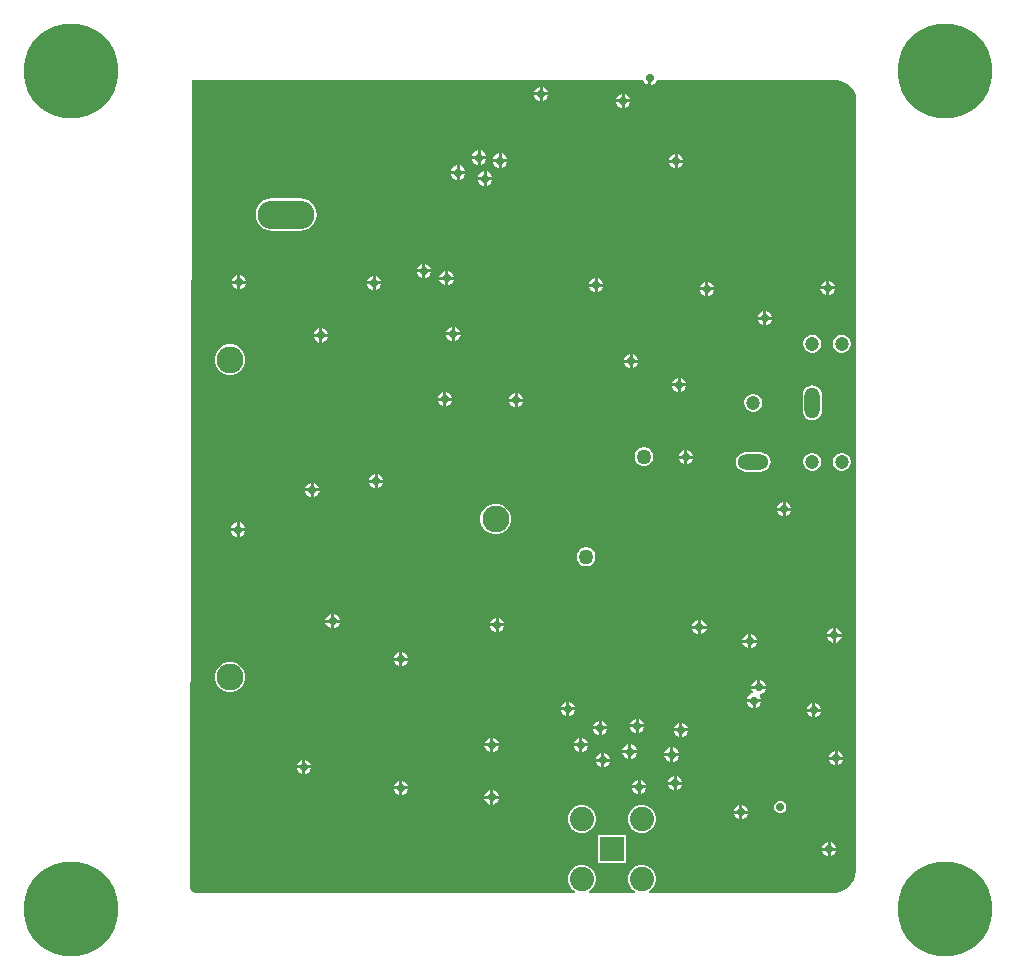
<source format=gbr>
%TF.GenerationSoftware,Altium Limited,Altium Designer,24.2.2 (26)*%
G04 Layer_Physical_Order=3*
G04 Layer_Color=16440176*
%FSLAX45Y45*%
%MOMM*%
%TF.SameCoordinates,979FBE80-878B-4EC3-91C7-7055811A0E5A*%
%TF.FilePolarity,Positive*%
%TF.FileFunction,Copper,L3,Inr,Signal*%
%TF.Part,Single*%
G01*
G75*
%TA.AperFunction,ComponentPad*%
%ADD37C,2.28600*%
%ADD38O,4.82000X2.41000*%
%ADD39C,8.00000*%
%ADD40O,1.30800X2.61600*%
%ADD41O,2.61600X1.30800*%
%ADD42C,1.20000*%
%ADD43C,2.05000*%
%ADD44R,2.05000X2.05000*%
%TA.AperFunction,ViaPad*%
%ADD45C,0.70000*%
%ADD46C,0.76200*%
%ADD47C,1.27000*%
G36*
X15910561Y9581724D02*
X15932074Y9590635D01*
X15949065Y9607626D01*
X15954819Y9621520D01*
X17480511D01*
X17515845Y9614492D01*
X17549126Y9600706D01*
X17579079Y9580692D01*
X17604552Y9555219D01*
X17624567Y9525266D01*
X17638351Y9491984D01*
X17645380Y9456652D01*
Y9438640D01*
Y2941320D01*
Y2921557D01*
X17637669Y2882790D01*
X17622542Y2846272D01*
X17600583Y2813407D01*
X17572633Y2785457D01*
X17539767Y2763497D01*
X17503250Y2748371D01*
X17464484Y2740660D01*
X15889307D01*
X15885904Y2753360D01*
X15902042Y2762676D01*
X15924104Y2784739D01*
X15939703Y2811761D01*
X15947780Y2841899D01*
Y2873101D01*
X15939703Y2903239D01*
X15924104Y2930261D01*
X15902042Y2952324D01*
X15875018Y2967924D01*
X15844881Y2976000D01*
X15813680D01*
X15783540Y2967924D01*
X15756519Y2952324D01*
X15734456Y2930261D01*
X15718855Y2903239D01*
X15710780Y2873101D01*
Y2841899D01*
X15718855Y2811761D01*
X15734456Y2784739D01*
X15756519Y2762676D01*
X15772656Y2753360D01*
X15769254Y2740660D01*
X15381306D01*
X15377904Y2753360D01*
X15394041Y2762676D01*
X15416104Y2784739D01*
X15431705Y2811761D01*
X15439780Y2841899D01*
Y2873101D01*
X15431705Y2903239D01*
X15416104Y2930261D01*
X15394041Y2952324D01*
X15367020Y2967924D01*
X15336880Y2976000D01*
X15305679D01*
X15275542Y2967924D01*
X15248518Y2952324D01*
X15226456Y2930261D01*
X15210857Y2903239D01*
X15202780Y2873101D01*
Y2841899D01*
X15210857Y2811761D01*
X15226456Y2784739D01*
X15248518Y2762676D01*
X15264656Y2753360D01*
X15261253Y2740660D01*
X12052369D01*
X12029030Y2750327D01*
X12011167Y2768190D01*
X12001500Y2791529D01*
Y2804160D01*
X12016740Y9621520D01*
X15840901D01*
X15846655Y9607626D01*
X15863646Y9590635D01*
X15885159Y9581724D01*
Y9641840D01*
X15910561D01*
Y9581724D01*
D02*
G37*
%LPC*%
G36*
X14988541Y9567336D02*
Y9519920D01*
X15035956D01*
X15027045Y9541434D01*
X15010054Y9558425D01*
X14988541Y9567336D01*
D02*
G37*
G36*
X14963139D02*
X14941626Y9558425D01*
X14924635Y9541434D01*
X14915724Y9519920D01*
X14963139D01*
Y9567336D01*
D02*
G37*
G36*
X15684500Y9507916D02*
Y9460500D01*
X15731915D01*
X15723006Y9482014D01*
X15706013Y9499004D01*
X15684500Y9507916D01*
D02*
G37*
G36*
X15659100D02*
X15637585Y9499004D01*
X15620595Y9482014D01*
X15611684Y9460500D01*
X15659100D01*
Y9507916D01*
D02*
G37*
G36*
X15035956Y9494520D02*
X14988541D01*
Y9447104D01*
X15010054Y9456015D01*
X15027045Y9473006D01*
X15035956Y9494520D01*
D02*
G37*
G36*
X14963139D02*
X14915724D01*
X14924635Y9473006D01*
X14941626Y9456015D01*
X14963139Y9447104D01*
Y9494520D01*
D02*
G37*
G36*
X15731915Y9435100D02*
X15684500D01*
Y9387684D01*
X15706013Y9396595D01*
X15723006Y9413586D01*
X15731915Y9435100D01*
D02*
G37*
G36*
X15659100D02*
X15611684D01*
X15620595Y9413586D01*
X15637585Y9396595D01*
X15659100Y9387684D01*
Y9435100D01*
D02*
G37*
G36*
X14465300Y9026316D02*
Y8978900D01*
X14512717D01*
X14503806Y9000414D01*
X14486813Y9017405D01*
X14465300Y9026316D01*
D02*
G37*
G36*
X14439900D02*
X14418385Y9017405D01*
X14401395Y9000414D01*
X14392484Y8978900D01*
X14439900D01*
Y9026316D01*
D02*
G37*
G36*
X14643100Y9000916D02*
Y8953500D01*
X14690517D01*
X14681606Y8975014D01*
X14664613Y8992005D01*
X14643100Y9000916D01*
D02*
G37*
G36*
X14617700D02*
X14596185Y8992005D01*
X14579195Y8975014D01*
X14570284Y8953500D01*
X14617700D01*
Y9000916D01*
D02*
G37*
G36*
X16131540Y8995836D02*
Y8948420D01*
X16178957D01*
X16170045Y8969934D01*
X16153053Y8986925D01*
X16131540Y8995836D01*
D02*
G37*
G36*
X16106140D02*
X16084625Y8986925D01*
X16067635Y8969934D01*
X16058723Y8948420D01*
X16106140D01*
Y8995836D01*
D02*
G37*
G36*
X14512717Y8953500D02*
X14465300D01*
Y8906084D01*
X14486813Y8914995D01*
X14503806Y8931986D01*
X14512717Y8953500D01*
D02*
G37*
G36*
X14439900D02*
X14392484D01*
X14401395Y8931986D01*
X14418385Y8914995D01*
X14439900Y8906084D01*
Y8953500D01*
D02*
G37*
G36*
X14690517Y8928100D02*
X14643100D01*
Y8880684D01*
X14664613Y8889595D01*
X14681606Y8906586D01*
X14690517Y8928100D01*
D02*
G37*
G36*
X14617700D02*
X14570284D01*
X14579195Y8906586D01*
X14596185Y8889595D01*
X14617700Y8880684D01*
Y8928100D01*
D02*
G37*
G36*
X16178957Y8923020D02*
X16131540D01*
Y8875604D01*
X16153053Y8884515D01*
X16170045Y8901506D01*
X16178957Y8923020D01*
D02*
G37*
G36*
X16106140D02*
X16058723D01*
X16067635Y8901506D01*
X16084625Y8884515D01*
X16106140Y8875604D01*
Y8923020D01*
D02*
G37*
G36*
X14287500Y8899316D02*
Y8851900D01*
X14334917D01*
X14326006Y8873414D01*
X14309013Y8890405D01*
X14287500Y8899316D01*
D02*
G37*
G36*
X14262100D02*
X14240585Y8890405D01*
X14223595Y8873414D01*
X14214684Y8851900D01*
X14262100D01*
Y8899316D01*
D02*
G37*
G36*
X14516100Y8848516D02*
Y8801100D01*
X14563516D01*
X14554605Y8822614D01*
X14537614Y8839605D01*
X14516100Y8848516D01*
D02*
G37*
G36*
X14490700D02*
X14469186Y8839605D01*
X14452196Y8822614D01*
X14443285Y8801100D01*
X14490700D01*
Y8848516D01*
D02*
G37*
G36*
X14334917Y8826500D02*
X14287500D01*
Y8779084D01*
X14309013Y8787995D01*
X14326006Y8804986D01*
X14334917Y8826500D01*
D02*
G37*
G36*
X14262100D02*
X14214684D01*
X14223595Y8804986D01*
X14240585Y8787995D01*
X14262100Y8779084D01*
Y8826500D01*
D02*
G37*
G36*
X14563516Y8775700D02*
X14516100D01*
Y8728284D01*
X14537614Y8737195D01*
X14554605Y8754186D01*
X14563516Y8775700D01*
D02*
G37*
G36*
X14490700D02*
X14443285D01*
X14452196Y8754186D01*
X14469186Y8737195D01*
X14490700Y8728284D01*
Y8775700D01*
D02*
G37*
G36*
X12937340Y8621278D02*
X12696340D01*
X12660706Y8616587D01*
X12627501Y8602832D01*
X12598987Y8580953D01*
X12577107Y8552439D01*
X12563353Y8519234D01*
X12558662Y8483600D01*
X12563353Y8447966D01*
X12577107Y8414761D01*
X12598987Y8386247D01*
X12627501Y8364368D01*
X12660706Y8350613D01*
X12696340Y8345922D01*
X12937340D01*
X12972974Y8350613D01*
X13006178Y8364368D01*
X13034692Y8386247D01*
X13056573Y8414761D01*
X13070328Y8447966D01*
X13075018Y8483600D01*
X13070328Y8519234D01*
X13056573Y8552439D01*
X13034692Y8580953D01*
X13006178Y8602832D01*
X12972974Y8616587D01*
X12937340Y8621278D01*
D02*
G37*
G36*
X13995399Y8068736D02*
Y8021320D01*
X14042816D01*
X14033905Y8042834D01*
X14016914Y8059825D01*
X13995399Y8068736D01*
D02*
G37*
G36*
X13970000D02*
X13948486Y8059825D01*
X13931496Y8042834D01*
X13922585Y8021320D01*
X13970000D01*
Y8068736D01*
D02*
G37*
G36*
X14188440Y8005236D02*
Y7957820D01*
X14235857D01*
X14226945Y7979334D01*
X14209953Y7996325D01*
X14188440Y8005236D01*
D02*
G37*
G36*
X14163040D02*
X14141525Y7996325D01*
X14124535Y7979334D01*
X14115623Y7957820D01*
X14163040D01*
Y8005236D01*
D02*
G37*
G36*
X14042816Y7995920D02*
X13995399D01*
Y7948504D01*
X14016914Y7957415D01*
X14033905Y7974406D01*
X14042816Y7995920D01*
D02*
G37*
G36*
X13970000D02*
X13922585D01*
X13931496Y7974406D01*
X13948486Y7957415D01*
X13970000Y7948504D01*
Y7995920D01*
D02*
G37*
G36*
X12430760Y7972216D02*
Y7924800D01*
X12478176D01*
X12469265Y7946314D01*
X12452274Y7963305D01*
X12430760Y7972216D01*
D02*
G37*
G36*
X12405360D02*
X12383846Y7963305D01*
X12366855Y7946314D01*
X12357944Y7924800D01*
X12405360D01*
Y7972216D01*
D02*
G37*
G36*
X13576300Y7964596D02*
Y7917180D01*
X13623717D01*
X13614806Y7938694D01*
X13597813Y7955685D01*
X13576300Y7964596D01*
D02*
G37*
G36*
X13550900D02*
X13529385Y7955685D01*
X13512395Y7938694D01*
X13503484Y7917180D01*
X13550900D01*
Y7964596D01*
D02*
G37*
G36*
X15455901Y7946816D02*
Y7899400D01*
X15503316D01*
X15494405Y7920914D01*
X15477414Y7937905D01*
X15455901Y7946816D01*
D02*
G37*
G36*
X15430499D02*
X15408986Y7937905D01*
X15391995Y7920914D01*
X15383084Y7899400D01*
X15430499D01*
Y7946816D01*
D02*
G37*
G36*
X14235857Y7932420D02*
X14188440D01*
Y7885004D01*
X14209953Y7893915D01*
X14226945Y7910906D01*
X14235857Y7932420D01*
D02*
G37*
G36*
X14163040D02*
X14115623D01*
X14124535Y7910906D01*
X14141525Y7893915D01*
X14163040Y7885004D01*
Y7932420D01*
D02*
G37*
G36*
X17414240Y7923956D02*
Y7876540D01*
X17461656D01*
X17452745Y7898054D01*
X17435754Y7915045D01*
X17414240Y7923956D01*
D02*
G37*
G36*
X17388840D02*
X17367326Y7915045D01*
X17350336Y7898054D01*
X17341425Y7876540D01*
X17388840D01*
Y7923956D01*
D02*
G37*
G36*
X16390620Y7916336D02*
Y7868920D01*
X16438036D01*
X16429124Y7890434D01*
X16412134Y7907425D01*
X16390620Y7916336D01*
D02*
G37*
G36*
X16365221D02*
X16343706Y7907425D01*
X16326715Y7890434D01*
X16317804Y7868920D01*
X16365221D01*
Y7916336D01*
D02*
G37*
G36*
X12478176Y7899400D02*
X12430760D01*
Y7851984D01*
X12452274Y7860895D01*
X12469265Y7877886D01*
X12478176Y7899400D01*
D02*
G37*
G36*
X12405360D02*
X12357944D01*
X12366855Y7877886D01*
X12383846Y7860895D01*
X12405360Y7851984D01*
Y7899400D01*
D02*
G37*
G36*
X13623717Y7891780D02*
X13576300D01*
Y7844364D01*
X13597813Y7853275D01*
X13614806Y7870266D01*
X13623717Y7891780D01*
D02*
G37*
G36*
X13550900D02*
X13503484D01*
X13512395Y7870266D01*
X13529385Y7853275D01*
X13550900Y7844364D01*
Y7891780D01*
D02*
G37*
G36*
X15503316Y7874000D02*
X15455901D01*
Y7826584D01*
X15477414Y7835495D01*
X15494405Y7852486D01*
X15503316Y7874000D01*
D02*
G37*
G36*
X15430499D02*
X15383084D01*
X15391995Y7852486D01*
X15408986Y7835495D01*
X15430499Y7826584D01*
Y7874000D01*
D02*
G37*
G36*
X17461656Y7851140D02*
X17414240D01*
Y7803724D01*
X17435754Y7812635D01*
X17452745Y7829626D01*
X17461656Y7851140D01*
D02*
G37*
G36*
X17388840D02*
X17341425D01*
X17350336Y7829626D01*
X17367326Y7812635D01*
X17388840Y7803724D01*
Y7851140D01*
D02*
G37*
G36*
X16438036Y7843520D02*
X16390620D01*
Y7796104D01*
X16412134Y7805015D01*
X16429124Y7822006D01*
X16438036Y7843520D01*
D02*
G37*
G36*
X16365221D02*
X16317804D01*
X16326715Y7822006D01*
X16343706Y7805015D01*
X16365221Y7796104D01*
Y7843520D01*
D02*
G37*
G36*
X16883380Y7664876D02*
Y7617460D01*
X16930795D01*
X16921886Y7638974D01*
X16904893Y7655965D01*
X16883380Y7664876D01*
D02*
G37*
G36*
X16857980D02*
X16836465Y7655965D01*
X16819475Y7638974D01*
X16810564Y7617460D01*
X16857980D01*
Y7664876D01*
D02*
G37*
G36*
X16930795Y7592060D02*
X16883380D01*
Y7544644D01*
X16904893Y7553555D01*
X16921886Y7570546D01*
X16930795Y7592060D01*
D02*
G37*
G36*
X16857980D02*
X16810564D01*
X16819475Y7570546D01*
X16836465Y7553555D01*
X16857980Y7544644D01*
Y7592060D01*
D02*
G37*
G36*
X14246860Y7535336D02*
Y7487920D01*
X14294276D01*
X14285365Y7509434D01*
X14268375Y7526425D01*
X14246860Y7535336D01*
D02*
G37*
G36*
X14221460D02*
X14199947Y7526425D01*
X14182954Y7509434D01*
X14174043Y7487920D01*
X14221460D01*
Y7535336D01*
D02*
G37*
G36*
X13124181Y7520096D02*
Y7472680D01*
X13171596D01*
X13162685Y7494194D01*
X13145694Y7511185D01*
X13124181Y7520096D01*
D02*
G37*
G36*
X13098779D02*
X13077266Y7511185D01*
X13060275Y7494194D01*
X13051364Y7472680D01*
X13098779D01*
Y7520096D01*
D02*
G37*
G36*
X14294276Y7462520D02*
X14246860D01*
Y7415104D01*
X14268375Y7424015D01*
X14285365Y7441006D01*
X14294276Y7462520D01*
D02*
G37*
G36*
X14221460D02*
X14174043D01*
X14182954Y7441006D01*
X14199947Y7424015D01*
X14221460Y7415104D01*
Y7462520D01*
D02*
G37*
G36*
X13171596Y7447280D02*
X13124181D01*
Y7399864D01*
X13145694Y7408775D01*
X13162685Y7425766D01*
X13171596Y7447280D01*
D02*
G37*
G36*
X13098779D02*
X13051364D01*
X13060275Y7425766D01*
X13077266Y7408775D01*
X13098779Y7399864D01*
Y7447280D01*
D02*
G37*
G36*
X17531625Y7464480D02*
X17511613D01*
X17492285Y7459301D01*
X17474956Y7449295D01*
X17460805Y7435145D01*
X17450800Y7417815D01*
X17445621Y7398486D01*
Y7378474D01*
X17450800Y7359145D01*
X17460805Y7341815D01*
X17474956Y7327665D01*
X17492285Y7317659D01*
X17511613Y7312480D01*
X17531625D01*
X17550955Y7317659D01*
X17568285Y7327665D01*
X17582436Y7341815D01*
X17592441Y7359145D01*
X17597620Y7378474D01*
Y7398486D01*
X17592441Y7417815D01*
X17582436Y7435145D01*
X17568285Y7449295D01*
X17550955Y7459301D01*
X17531625Y7464480D01*
D02*
G37*
G36*
X17281625D02*
X17261613D01*
X17242285Y7459301D01*
X17224956Y7449295D01*
X17210805Y7435145D01*
X17200800Y7417815D01*
X17195621Y7398486D01*
Y7378474D01*
X17200800Y7359145D01*
X17210805Y7341815D01*
X17224956Y7327665D01*
X17242285Y7317659D01*
X17261613Y7312480D01*
X17281625D01*
X17300955Y7317659D01*
X17318285Y7327665D01*
X17332436Y7341815D01*
X17342441Y7359145D01*
X17347620Y7378474D01*
Y7398486D01*
X17342441Y7417815D01*
X17332436Y7435145D01*
X17318285Y7449295D01*
X17300955Y7459301D01*
X17281625Y7464480D01*
D02*
G37*
G36*
X15753081Y7301656D02*
Y7254240D01*
X15800496D01*
X15791585Y7275754D01*
X15774594Y7292745D01*
X15753081Y7301656D01*
D02*
G37*
G36*
X15727679D02*
X15706166Y7292745D01*
X15689175Y7275754D01*
X15680264Y7254240D01*
X15727679D01*
Y7301656D01*
D02*
G37*
G36*
X15800496Y7228840D02*
X15753081D01*
Y7181424D01*
X15774594Y7190335D01*
X15791585Y7207326D01*
X15800496Y7228840D01*
D02*
G37*
G36*
X15727679D02*
X15680264D01*
X15689175Y7207326D01*
X15706166Y7190335D01*
X15727679Y7181424D01*
Y7228840D01*
D02*
G37*
G36*
X12359014Y7384540D02*
X12324706D01*
X12291566Y7375660D01*
X12261854Y7358506D01*
X12237594Y7334246D01*
X12220440Y7304534D01*
X12211560Y7271394D01*
Y7237086D01*
X12220440Y7203946D01*
X12237594Y7174234D01*
X12261854Y7149974D01*
X12291566Y7132820D01*
X12324706Y7123940D01*
X12359014D01*
X12392154Y7132820D01*
X12421866Y7149974D01*
X12446126Y7174234D01*
X12463280Y7203946D01*
X12472160Y7237086D01*
Y7271394D01*
X12463280Y7304534D01*
X12446126Y7334246D01*
X12421866Y7358506D01*
X12392154Y7375660D01*
X12359014Y7384540D01*
D02*
G37*
G36*
X16156940Y7100996D02*
Y7053580D01*
X16204356D01*
X16195445Y7075094D01*
X16178455Y7092085D01*
X16156940Y7100996D01*
D02*
G37*
G36*
X16131540D02*
X16110027Y7092085D01*
X16093034Y7075094D01*
X16084125Y7053580D01*
X16131540D01*
Y7100996D01*
D02*
G37*
G36*
X16204356Y7028180D02*
X16156940D01*
Y6980764D01*
X16178455Y6989675D01*
X16195445Y7006666D01*
X16204356Y7028180D01*
D02*
G37*
G36*
X16131540D02*
X16084125D01*
X16093034Y7006666D01*
X16110027Y6989675D01*
X16131540Y6980764D01*
Y7028180D01*
D02*
G37*
G36*
X14173199Y6979076D02*
Y6931660D01*
X14220616D01*
X14211705Y6953174D01*
X14194714Y6970165D01*
X14173199Y6979076D01*
D02*
G37*
G36*
X14147800D02*
X14126286Y6970165D01*
X14109296Y6953174D01*
X14100385Y6931660D01*
X14147800D01*
Y6979076D01*
D02*
G37*
G36*
X14777721Y6971456D02*
Y6924040D01*
X14825136D01*
X14816225Y6945554D01*
X14799234Y6962545D01*
X14777721Y6971456D01*
D02*
G37*
G36*
X14752319D02*
X14730806Y6962545D01*
X14713815Y6945554D01*
X14704904Y6924040D01*
X14752319D01*
Y6971456D01*
D02*
G37*
G36*
X14220616Y6906260D02*
X14173199D01*
Y6858844D01*
X14194714Y6867755D01*
X14211705Y6884746D01*
X14220616Y6906260D01*
D02*
G37*
G36*
X14147800D02*
X14100385D01*
X14109296Y6884746D01*
X14126286Y6867755D01*
X14147800Y6858844D01*
Y6906260D01*
D02*
G37*
G36*
X14825136Y6898640D02*
X14777721D01*
Y6851224D01*
X14799234Y6860135D01*
X14816225Y6877126D01*
X14825136Y6898640D01*
D02*
G37*
G36*
X14752319D02*
X14704904D01*
X14713815Y6877126D01*
X14730806Y6860135D01*
X14752319Y6851224D01*
Y6898640D01*
D02*
G37*
G36*
X16781625Y6964480D02*
X16761613D01*
X16742285Y6959301D01*
X16724956Y6949295D01*
X16710805Y6935145D01*
X16700800Y6917815D01*
X16695621Y6898486D01*
Y6878474D01*
X16700800Y6859145D01*
X16710805Y6841815D01*
X16724956Y6827665D01*
X16742285Y6817659D01*
X16761613Y6812480D01*
X16781625D01*
X16800955Y6817659D01*
X16818285Y6827665D01*
X16832436Y6841815D01*
X16842441Y6859145D01*
X16847620Y6878474D01*
Y6898486D01*
X16842441Y6917815D01*
X16832436Y6935145D01*
X16818285Y6949295D01*
X16800955Y6959301D01*
X16781625Y6964480D01*
D02*
G37*
G36*
X17271620Y7035982D02*
X17250369Y7033185D01*
X17230569Y7024982D01*
X17213565Y7011935D01*
X17200517Y6994931D01*
X17192316Y6975130D01*
X17189519Y6953880D01*
Y6823080D01*
X17192316Y6801830D01*
X17200517Y6782029D01*
X17213565Y6765025D01*
X17230569Y6751978D01*
X17250369Y6743775D01*
X17271620Y6740978D01*
X17292870Y6743775D01*
X17312671Y6751978D01*
X17329675Y6765025D01*
X17342722Y6782029D01*
X17350925Y6801830D01*
X17353722Y6823080D01*
Y6953880D01*
X17350925Y6975130D01*
X17342722Y6994931D01*
X17329675Y7011935D01*
X17312671Y7024982D01*
X17292870Y7033185D01*
X17271620Y7035982D01*
D02*
G37*
G36*
X16212820Y6488856D02*
Y6441440D01*
X16260236D01*
X16251324Y6462954D01*
X16234334Y6479945D01*
X16212820Y6488856D01*
D02*
G37*
G36*
X16187421D02*
X16165906Y6479945D01*
X16148915Y6462954D01*
X16140004Y6441440D01*
X16187421D01*
Y6488856D01*
D02*
G37*
G36*
X16260236Y6416040D02*
X16212820D01*
Y6368624D01*
X16234334Y6377535D01*
X16251324Y6394526D01*
X16260236Y6416040D01*
D02*
G37*
G36*
X16187421D02*
X16140004D01*
X16148915Y6394526D01*
X16165906Y6377535D01*
X16187421Y6368624D01*
Y6416040D01*
D02*
G37*
G36*
X15857526Y6513320D02*
X15836594D01*
X15816374Y6507902D01*
X15798245Y6497436D01*
X15783444Y6482634D01*
X15772978Y6464506D01*
X15767560Y6444286D01*
Y6423354D01*
X15772978Y6403134D01*
X15783444Y6385006D01*
X15798245Y6370204D01*
X15816374Y6359738D01*
X15836594Y6354320D01*
X15857526D01*
X15877747Y6359738D01*
X15895874Y6370204D01*
X15910677Y6385006D01*
X15921143Y6403134D01*
X15926559Y6423354D01*
Y6444286D01*
X15921143Y6464506D01*
X15910677Y6482634D01*
X15895874Y6497436D01*
X15877747Y6507902D01*
X15857526Y6513320D01*
D02*
G37*
G36*
X17531625Y6464480D02*
X17511613D01*
X17492285Y6459301D01*
X17474956Y6449295D01*
X17460805Y6435145D01*
X17450800Y6417815D01*
X17445621Y6398486D01*
Y6378474D01*
X17450800Y6359145D01*
X17460805Y6341815D01*
X17474956Y6327665D01*
X17492285Y6317659D01*
X17511613Y6312480D01*
X17531625D01*
X17550955Y6317659D01*
X17568285Y6327665D01*
X17582436Y6341815D01*
X17592441Y6359145D01*
X17597620Y6378474D01*
Y6398486D01*
X17592441Y6417815D01*
X17582436Y6435145D01*
X17568285Y6449295D01*
X17550955Y6459301D01*
X17531625Y6464480D01*
D02*
G37*
G36*
X17281625D02*
X17261613D01*
X17242285Y6459301D01*
X17224956Y6449295D01*
X17210805Y6435145D01*
X17200800Y6417815D01*
X17195621Y6398486D01*
Y6378474D01*
X17200800Y6359145D01*
X17210805Y6341815D01*
X17224956Y6327665D01*
X17242285Y6317659D01*
X17261613Y6312480D01*
X17281625D01*
X17300955Y6317659D01*
X17318285Y6327665D01*
X17332436Y6341815D01*
X17342441Y6359145D01*
X17347620Y6378474D01*
Y6398486D01*
X17342441Y6417815D01*
X17332436Y6435145D01*
X17318285Y6449295D01*
X17300955Y6459301D01*
X17281625Y6464480D01*
D02*
G37*
G36*
X16837019Y6470582D02*
X16706219D01*
X16684970Y6467785D01*
X16665169Y6459582D01*
X16648164Y6446535D01*
X16635118Y6429531D01*
X16626915Y6409730D01*
X16624118Y6388480D01*
X16626915Y6367230D01*
X16635118Y6347429D01*
X16648164Y6330425D01*
X16665169Y6317378D01*
X16684970Y6309175D01*
X16706219Y6306378D01*
X16837019D01*
X16858270Y6309175D01*
X16878072Y6317378D01*
X16895074Y6330425D01*
X16908122Y6347429D01*
X16916325Y6367230D01*
X16919122Y6388480D01*
X16916325Y6409730D01*
X16908122Y6429531D01*
X16895074Y6446535D01*
X16878072Y6459582D01*
X16858270Y6467785D01*
X16837019Y6470582D01*
D02*
G37*
G36*
X13594080Y6285656D02*
Y6238240D01*
X13641496D01*
X13632585Y6259754D01*
X13615594Y6276745D01*
X13594080Y6285656D01*
D02*
G37*
G36*
X13568680D02*
X13547166Y6276745D01*
X13530174Y6259754D01*
X13521265Y6238240D01*
X13568680D01*
Y6285656D01*
D02*
G37*
G36*
X13053059Y6214536D02*
Y6167120D01*
X13100476D01*
X13091565Y6188634D01*
X13074574Y6205625D01*
X13053059Y6214536D01*
D02*
G37*
G36*
X13027660D02*
X13006146Y6205625D01*
X12989156Y6188634D01*
X12980244Y6167120D01*
X13027660D01*
Y6214536D01*
D02*
G37*
G36*
X13641496Y6212840D02*
X13594080D01*
Y6165424D01*
X13615594Y6174335D01*
X13632585Y6191326D01*
X13641496Y6212840D01*
D02*
G37*
G36*
X13568680D02*
X13521265D01*
X13530174Y6191326D01*
X13547166Y6174335D01*
X13568680Y6165424D01*
Y6212840D01*
D02*
G37*
G36*
X13100476Y6141720D02*
X13053059D01*
Y6094304D01*
X13074574Y6103215D01*
X13091565Y6120206D01*
X13100476Y6141720D01*
D02*
G37*
G36*
X13027660D02*
X12980244D01*
X12989156Y6120206D01*
X13006146Y6103215D01*
X13027660Y6094304D01*
Y6141720D01*
D02*
G37*
G36*
X17048480Y6049436D02*
Y6002020D01*
X17095895D01*
X17086984Y6023534D01*
X17069994Y6040525D01*
X17048480Y6049436D01*
D02*
G37*
G36*
X17023080D02*
X17001566Y6040525D01*
X16984575Y6023534D01*
X16975664Y6002020D01*
X17023080D01*
Y6049436D01*
D02*
G37*
G36*
X17095895Y5976620D02*
X17048480D01*
Y5929204D01*
X17069994Y5938115D01*
X17086984Y5955106D01*
X17095895Y5976620D01*
D02*
G37*
G36*
X17023080D02*
X16975664D01*
X16984575Y5955106D01*
X17001566Y5938115D01*
X17023080Y5929204D01*
Y5976620D01*
D02*
G37*
G36*
X12423140Y5876716D02*
Y5829300D01*
X12470556D01*
X12461645Y5850814D01*
X12444654Y5867805D01*
X12423140Y5876716D01*
D02*
G37*
G36*
X12397740D02*
X12376226Y5867805D01*
X12359235Y5850814D01*
X12350324Y5829300D01*
X12397740D01*
Y5876716D01*
D02*
G37*
G36*
X14609454Y6035800D02*
X14575146D01*
X14542006Y6026920D01*
X14512294Y6009766D01*
X14488034Y5985506D01*
X14470880Y5955794D01*
X14462000Y5922654D01*
Y5888346D01*
X14470880Y5855206D01*
X14488034Y5825494D01*
X14512294Y5801234D01*
X14542006Y5784080D01*
X14575146Y5775200D01*
X14609454D01*
X14642593Y5784080D01*
X14672305Y5801234D01*
X14696565Y5825494D01*
X14713721Y5855206D01*
X14722600Y5888346D01*
Y5922654D01*
X14713721Y5955794D01*
X14696565Y5985506D01*
X14672305Y6009766D01*
X14642593Y6026920D01*
X14609454Y6035800D01*
D02*
G37*
G36*
X12470556Y5803900D02*
X12423140D01*
Y5756484D01*
X12444654Y5765395D01*
X12461645Y5782386D01*
X12470556Y5803900D01*
D02*
G37*
G36*
X12397740D02*
X12350324D01*
X12359235Y5782386D01*
X12376226Y5765395D01*
X12397740Y5756484D01*
Y5803900D01*
D02*
G37*
G36*
X15367307Y5664960D02*
X15346375D01*
X15326154Y5659542D01*
X15308026Y5649076D01*
X15293224Y5634274D01*
X15282758Y5616146D01*
X15277341Y5595926D01*
Y5574994D01*
X15282758Y5554774D01*
X15293224Y5536646D01*
X15308026Y5521844D01*
X15326154Y5511378D01*
X15346375Y5505960D01*
X15367307D01*
X15387526Y5511378D01*
X15405653Y5521844D01*
X15420456Y5536646D01*
X15430922Y5554774D01*
X15436340Y5574994D01*
Y5595926D01*
X15430922Y5616146D01*
X15420456Y5634274D01*
X15405653Y5649076D01*
X15387526Y5659542D01*
X15367307Y5664960D01*
D02*
G37*
G36*
X13223241Y5102016D02*
Y5054600D01*
X13270656D01*
X13261745Y5076114D01*
X13244754Y5093105D01*
X13223241Y5102016D01*
D02*
G37*
G36*
X13197839D02*
X13176326Y5093105D01*
X13159335Y5076114D01*
X13150424Y5054600D01*
X13197839D01*
Y5102016D01*
D02*
G37*
G36*
X14617700Y5068996D02*
Y5021580D01*
X14665115D01*
X14656206Y5043094D01*
X14639214Y5060085D01*
X14617700Y5068996D01*
D02*
G37*
G36*
X14592300D02*
X14570786Y5060085D01*
X14553795Y5043094D01*
X14544884Y5021580D01*
X14592300D01*
Y5068996D01*
D02*
G37*
G36*
X16329660Y5051216D02*
Y5003800D01*
X16377077D01*
X16368166Y5025314D01*
X16351173Y5042305D01*
X16329660Y5051216D01*
D02*
G37*
G36*
X16304260D02*
X16282745Y5042305D01*
X16265755Y5025314D01*
X16256844Y5003800D01*
X16304260D01*
Y5051216D01*
D02*
G37*
G36*
X13270656Y5029200D02*
X13223241D01*
Y4981784D01*
X13244754Y4990695D01*
X13261745Y5007686D01*
X13270656Y5029200D01*
D02*
G37*
G36*
X13197839D02*
X13150424D01*
X13159335Y5007686D01*
X13176326Y4990695D01*
X13197839Y4981784D01*
Y5029200D01*
D02*
G37*
G36*
X14665115Y4996180D02*
X14617700D01*
Y4948764D01*
X14639214Y4957675D01*
X14656206Y4974666D01*
X14665115Y4996180D01*
D02*
G37*
G36*
X14592300D02*
X14544884D01*
X14553795Y4974666D01*
X14570786Y4957675D01*
X14592300Y4948764D01*
Y4996180D01*
D02*
G37*
G36*
X17472659Y4980096D02*
Y4932680D01*
X17520076D01*
X17511165Y4954194D01*
X17494174Y4971185D01*
X17472659Y4980096D01*
D02*
G37*
G36*
X17447260D02*
X17425746Y4971185D01*
X17408755Y4954194D01*
X17399844Y4932680D01*
X17447260D01*
Y4980096D01*
D02*
G37*
G36*
X16377077Y4978400D02*
X16329660D01*
Y4930984D01*
X16351173Y4939895D01*
X16368166Y4956886D01*
X16377077Y4978400D01*
D02*
G37*
G36*
X16304260D02*
X16256844D01*
X16265755Y4956886D01*
X16282745Y4939895D01*
X16304260Y4930984D01*
Y4978400D01*
D02*
G37*
G36*
X16753841Y4931836D02*
Y4884420D01*
X16801256D01*
X16792345Y4905934D01*
X16775354Y4922925D01*
X16753841Y4931836D01*
D02*
G37*
G36*
X16728439D02*
X16706926Y4922925D01*
X16689935Y4905934D01*
X16681024Y4884420D01*
X16728439D01*
Y4931836D01*
D02*
G37*
G36*
X17520076Y4907280D02*
X17472659D01*
Y4859864D01*
X17494174Y4868775D01*
X17511165Y4885766D01*
X17520076Y4907280D01*
D02*
G37*
G36*
X17447260D02*
X17399844D01*
X17408755Y4885766D01*
X17425746Y4868775D01*
X17447260Y4859864D01*
Y4907280D01*
D02*
G37*
G36*
X16801256Y4859020D02*
X16753841D01*
Y4811604D01*
X16775354Y4820515D01*
X16792345Y4837506D01*
X16801256Y4859020D01*
D02*
G37*
G36*
X16728439D02*
X16681024D01*
X16689935Y4837506D01*
X16706926Y4820515D01*
X16728439Y4811604D01*
Y4859020D01*
D02*
G37*
G36*
X13802361Y4779436D02*
Y4732020D01*
X13849776D01*
X13840865Y4753534D01*
X13823874Y4770525D01*
X13802361Y4779436D01*
D02*
G37*
G36*
X13776961D02*
X13755446Y4770525D01*
X13738455Y4753534D01*
X13729544Y4732020D01*
X13776961D01*
Y4779436D01*
D02*
G37*
G36*
X13849776Y4706620D02*
X13802361D01*
Y4659204D01*
X13823874Y4668115D01*
X13840865Y4685106D01*
X13849776Y4706620D01*
D02*
G37*
G36*
X13776961D02*
X13729544D01*
X13738455Y4685106D01*
X13755446Y4668115D01*
X13776961Y4659204D01*
Y4706620D01*
D02*
G37*
G36*
X16830040Y4540676D02*
Y4493260D01*
X16877457D01*
X16868546Y4514774D01*
X16851553Y4531765D01*
X16830040Y4540676D01*
D02*
G37*
G36*
X16804640D02*
X16783125Y4531765D01*
X16766135Y4514774D01*
X16757224Y4493260D01*
X16804640D01*
Y4540676D01*
D02*
G37*
G36*
X12359014Y4697220D02*
X12324706D01*
X12291566Y4688340D01*
X12261854Y4671186D01*
X12237594Y4646926D01*
X12220440Y4617214D01*
X12211560Y4584074D01*
Y4549766D01*
X12220440Y4516626D01*
X12237594Y4486914D01*
X12261854Y4462654D01*
X12291566Y4445500D01*
X12324706Y4436620D01*
X12359014D01*
X12392154Y4445500D01*
X12421866Y4462654D01*
X12446126Y4486914D01*
X12463280Y4516626D01*
X12472160Y4549766D01*
Y4584074D01*
X12463280Y4617214D01*
X12446126Y4646926D01*
X12421866Y4671186D01*
X12392154Y4688340D01*
X12359014Y4697220D01*
D02*
G37*
G36*
X16877457Y4467860D02*
X16757224D01*
X16766135Y4446346D01*
X16770583Y4441900D01*
X16768687Y4434730D01*
X16765878Y4428642D01*
X16745026Y4420005D01*
X16728035Y4403014D01*
X16719124Y4381500D01*
X16839355D01*
X16830444Y4403014D01*
X16825998Y4407460D01*
X16827893Y4414630D01*
X16830701Y4420718D01*
X16851553Y4429355D01*
X16868546Y4446346D01*
X16877457Y4467860D01*
D02*
G37*
G36*
X15214600Y4360336D02*
Y4312920D01*
X15262016D01*
X15253105Y4334434D01*
X15236115Y4351425D01*
X15214600Y4360336D01*
D02*
G37*
G36*
X15189200D02*
X15167686Y4351425D01*
X15150694Y4334434D01*
X15141785Y4312920D01*
X15189200D01*
Y4360336D01*
D02*
G37*
G36*
X16839355Y4356100D02*
X16791940D01*
Y4308684D01*
X16813454Y4317595D01*
X16830444Y4334586D01*
X16839355Y4356100D01*
D02*
G37*
G36*
X16766541D02*
X16719124D01*
X16728035Y4334586D01*
X16745026Y4317595D01*
X16766541Y4308684D01*
Y4356100D01*
D02*
G37*
G36*
X17297400Y4347636D02*
Y4300220D01*
X17344817D01*
X17335905Y4321734D01*
X17318913Y4338725D01*
X17297400Y4347636D01*
D02*
G37*
G36*
X17272000D02*
X17250487Y4338725D01*
X17233495Y4321734D01*
X17224583Y4300220D01*
X17272000D01*
Y4347636D01*
D02*
G37*
G36*
X15262016Y4287520D02*
X15214600D01*
Y4240104D01*
X15236115Y4249015D01*
X15253105Y4266006D01*
X15262016Y4287520D01*
D02*
G37*
G36*
X15189200D02*
X15141785D01*
X15150694Y4266006D01*
X15167686Y4249015D01*
X15189200Y4240104D01*
Y4287520D01*
D02*
G37*
G36*
X17344817Y4274820D02*
X17297400D01*
Y4227404D01*
X17318913Y4236315D01*
X17335905Y4253306D01*
X17344817Y4274820D01*
D02*
G37*
G36*
X17272000D02*
X17224583D01*
X17233495Y4253306D01*
X17250487Y4236315D01*
X17272000Y4227404D01*
Y4274820D01*
D02*
G37*
G36*
X15801340Y4215556D02*
Y4168140D01*
X15848756D01*
X15839845Y4189654D01*
X15822855Y4206645D01*
X15801340Y4215556D01*
D02*
G37*
G36*
X15775940D02*
X15754427Y4206645D01*
X15737434Y4189654D01*
X15728523Y4168140D01*
X15775940D01*
Y4215556D01*
D02*
G37*
G36*
X15488921Y4197776D02*
Y4150360D01*
X15536336D01*
X15527425Y4171874D01*
X15510434Y4188865D01*
X15488921Y4197776D01*
D02*
G37*
G36*
X15463519D02*
X15442006Y4188865D01*
X15425015Y4171874D01*
X15416104Y4150360D01*
X15463519D01*
Y4197776D01*
D02*
G37*
G36*
X16172180Y4182536D02*
Y4135120D01*
X16219595D01*
X16210686Y4156634D01*
X16193694Y4173625D01*
X16172180Y4182536D01*
D02*
G37*
G36*
X16146780D02*
X16125266Y4173625D01*
X16108275Y4156634D01*
X16099364Y4135120D01*
X16146780D01*
Y4182536D01*
D02*
G37*
G36*
X15848756Y4142740D02*
X15801340D01*
Y4095324D01*
X15822855Y4104235D01*
X15839845Y4121226D01*
X15848756Y4142740D01*
D02*
G37*
G36*
X15775940D02*
X15728523D01*
X15737434Y4121226D01*
X15754427Y4104235D01*
X15775940Y4095324D01*
Y4142740D01*
D02*
G37*
G36*
X15536336Y4124960D02*
X15488921D01*
Y4077544D01*
X15510434Y4086455D01*
X15527425Y4103446D01*
X15536336Y4124960D01*
D02*
G37*
G36*
X15463519D02*
X15416104D01*
X15425015Y4103446D01*
X15442006Y4086455D01*
X15463519Y4077544D01*
Y4124960D01*
D02*
G37*
G36*
X16219595Y4109720D02*
X16172180D01*
Y4062304D01*
X16193694Y4071215D01*
X16210686Y4088206D01*
X16219595Y4109720D01*
D02*
G37*
G36*
X16146780D02*
X16099364D01*
X16108275Y4088206D01*
X16125266Y4071215D01*
X16146780Y4062304D01*
Y4109720D01*
D02*
G37*
G36*
X15326360Y4052996D02*
Y4005580D01*
X15373776D01*
X15364865Y4027094D01*
X15347874Y4044085D01*
X15326360Y4052996D01*
D02*
G37*
G36*
X15300960D02*
X15279446Y4044085D01*
X15262456Y4027094D01*
X15253545Y4005580D01*
X15300960D01*
Y4052996D01*
D02*
G37*
G36*
X14569440D02*
Y4005580D01*
X14616856D01*
X14607945Y4027094D01*
X14590955Y4044085D01*
X14569440Y4052996D01*
D02*
G37*
G36*
X14544040D02*
X14522527Y4044085D01*
X14505534Y4027094D01*
X14496625Y4005580D01*
X14544040D01*
Y4052996D01*
D02*
G37*
G36*
X15737840Y3997116D02*
Y3949700D01*
X15785255D01*
X15776344Y3971214D01*
X15759354Y3988205D01*
X15737840Y3997116D01*
D02*
G37*
G36*
X15712440D02*
X15690926Y3988205D01*
X15673935Y3971214D01*
X15665024Y3949700D01*
X15712440D01*
Y3997116D01*
D02*
G37*
G36*
X15373776Y3980180D02*
X15326360D01*
Y3932764D01*
X15347874Y3941675D01*
X15364865Y3958666D01*
X15373776Y3980180D01*
D02*
G37*
G36*
X15300960D02*
X15253545D01*
X15262456Y3958666D01*
X15279446Y3941675D01*
X15300960Y3932764D01*
Y3980180D01*
D02*
G37*
G36*
X14616856D02*
X14569440D01*
Y3932764D01*
X14590955Y3941675D01*
X14607945Y3958666D01*
X14616856Y3980180D01*
D02*
G37*
G36*
X14544040D02*
X14496625D01*
X14505534Y3958666D01*
X14522527Y3941675D01*
X14544040Y3932764D01*
Y3980180D01*
D02*
G37*
G36*
X16093440Y3971716D02*
Y3924300D01*
X16140855D01*
X16131944Y3945814D01*
X16114954Y3962805D01*
X16093440Y3971716D01*
D02*
G37*
G36*
X16068040D02*
X16046526Y3962805D01*
X16029535Y3945814D01*
X16020624Y3924300D01*
X16068040D01*
Y3971716D01*
D02*
G37*
G36*
X17487900Y3941236D02*
Y3893820D01*
X17535316D01*
X17526405Y3915334D01*
X17509415Y3932325D01*
X17487900Y3941236D01*
D02*
G37*
G36*
X17462500D02*
X17440987Y3932325D01*
X17423994Y3915334D01*
X17415083Y3893820D01*
X17462500D01*
Y3941236D01*
D02*
G37*
G36*
X15785255Y3924300D02*
X15737840D01*
Y3876884D01*
X15759354Y3885795D01*
X15776344Y3902786D01*
X15785255Y3924300D01*
D02*
G37*
G36*
X15712440D02*
X15665024D01*
X15673935Y3902786D01*
X15690926Y3885795D01*
X15712440Y3876884D01*
Y3924300D01*
D02*
G37*
G36*
X15511780Y3923456D02*
Y3876040D01*
X15559196D01*
X15550285Y3897554D01*
X15533295Y3914545D01*
X15511780Y3923456D01*
D02*
G37*
G36*
X15486380D02*
X15464867Y3914545D01*
X15447874Y3897554D01*
X15438963Y3876040D01*
X15486380D01*
Y3923456D01*
D02*
G37*
G36*
X16140855Y3898900D02*
X16093440D01*
Y3851484D01*
X16114954Y3860395D01*
X16131944Y3877386D01*
X16140855Y3898900D01*
D02*
G37*
G36*
X16068040D02*
X16020624D01*
X16029535Y3877386D01*
X16046526Y3860395D01*
X16068040Y3851484D01*
Y3898900D01*
D02*
G37*
G36*
X17535316Y3868420D02*
X17487900D01*
Y3821004D01*
X17509415Y3829915D01*
X17526405Y3846906D01*
X17535316Y3868420D01*
D02*
G37*
G36*
X17462500D02*
X17415083D01*
X17423994Y3846906D01*
X17440987Y3829915D01*
X17462500Y3821004D01*
Y3868420D01*
D02*
G37*
G36*
X12979401Y3867576D02*
Y3820160D01*
X13026816D01*
X13017905Y3841674D01*
X13000914Y3858665D01*
X12979401Y3867576D01*
D02*
G37*
G36*
X12953999D02*
X12932486Y3858665D01*
X12915495Y3841674D01*
X12906584Y3820160D01*
X12953999D01*
Y3867576D01*
D02*
G37*
G36*
X15559196Y3850640D02*
X15511780D01*
Y3803224D01*
X15533295Y3812135D01*
X15550285Y3829126D01*
X15559196Y3850640D01*
D02*
G37*
G36*
X15486380D02*
X15438963D01*
X15447874Y3829126D01*
X15464867Y3812135D01*
X15486380Y3803224D01*
Y3850640D01*
D02*
G37*
G36*
X13026816Y3794760D02*
X12979401D01*
Y3747344D01*
X13000914Y3756255D01*
X13017905Y3773246D01*
X13026816Y3794760D01*
D02*
G37*
G36*
X12953999D02*
X12906584D01*
X12915495Y3773246D01*
X12932486Y3756255D01*
X12953999Y3747344D01*
Y3794760D01*
D02*
G37*
G36*
X16123920Y3730416D02*
Y3683000D01*
X16171336D01*
X16162425Y3704514D01*
X16145435Y3721505D01*
X16123920Y3730416D01*
D02*
G37*
G36*
X16098520D02*
X16077007Y3721505D01*
X16060014Y3704514D01*
X16051105Y3683000D01*
X16098520D01*
Y3730416D01*
D02*
G37*
G36*
X15819119Y3697396D02*
Y3649980D01*
X15866536D01*
X15857625Y3671494D01*
X15840634Y3688485D01*
X15819119Y3697396D01*
D02*
G37*
G36*
X15793719D02*
X15772206Y3688485D01*
X15755215Y3671494D01*
X15746304Y3649980D01*
X15793719D01*
Y3697396D01*
D02*
G37*
G36*
X13802361Y3689776D02*
Y3642360D01*
X13849776D01*
X13840865Y3663874D01*
X13823874Y3680865D01*
X13802361Y3689776D01*
D02*
G37*
G36*
X13776961D02*
X13755446Y3680865D01*
X13738455Y3663874D01*
X13729544Y3642360D01*
X13776961D01*
Y3689776D01*
D02*
G37*
G36*
X16171336Y3657600D02*
X16123920D01*
Y3610184D01*
X16145435Y3619095D01*
X16162425Y3636086D01*
X16171336Y3657600D01*
D02*
G37*
G36*
X16098520D02*
X16051105D01*
X16060014Y3636086D01*
X16077007Y3619095D01*
X16098520Y3610184D01*
Y3657600D01*
D02*
G37*
G36*
X15866536Y3624580D02*
X15819119D01*
Y3577164D01*
X15840634Y3586075D01*
X15857625Y3603066D01*
X15866536Y3624580D01*
D02*
G37*
G36*
X15793719D02*
X15746304D01*
X15755215Y3603066D01*
X15772206Y3586075D01*
X15793719Y3577164D01*
Y3624580D01*
D02*
G37*
G36*
X13849776Y3616960D02*
X13802361D01*
Y3569544D01*
X13823874Y3578455D01*
X13840865Y3595446D01*
X13849776Y3616960D01*
D02*
G37*
G36*
X13776961D02*
X13729544D01*
X13738455Y3595446D01*
X13755446Y3578455D01*
X13776961Y3569544D01*
Y3616960D01*
D02*
G37*
G36*
X14569440Y3608496D02*
Y3561080D01*
X14616856D01*
X14607945Y3582594D01*
X14590955Y3599585D01*
X14569440Y3608496D01*
D02*
G37*
G36*
X14544040D02*
X14522527Y3599585D01*
X14505534Y3582594D01*
X14496625Y3561080D01*
X14544040D01*
Y3608496D01*
D02*
G37*
G36*
X14616856Y3535680D02*
X14569440D01*
Y3488264D01*
X14590955Y3497175D01*
X14607945Y3514166D01*
X14616856Y3535680D01*
D02*
G37*
G36*
X14544040D02*
X14496625D01*
X14505534Y3514166D01*
X14522527Y3497175D01*
X14544040Y3488264D01*
Y3535680D01*
D02*
G37*
G36*
X16680180Y3484036D02*
Y3436620D01*
X16727596D01*
X16718684Y3458134D01*
X16701694Y3475125D01*
X16680180Y3484036D01*
D02*
G37*
G36*
X16654781D02*
X16633266Y3475125D01*
X16616275Y3458134D01*
X16607364Y3436620D01*
X16654781D01*
Y3484036D01*
D02*
G37*
G36*
X17012904Y3515560D02*
X16992615D01*
X16973871Y3507796D01*
X16959525Y3493449D01*
X16951759Y3474705D01*
Y3454415D01*
X16959525Y3435671D01*
X16973871Y3421324D01*
X16992615Y3413560D01*
X17012904D01*
X17031648Y3421324D01*
X17045996Y3435671D01*
X17053760Y3454415D01*
Y3474705D01*
X17045996Y3493449D01*
X17031648Y3507796D01*
X17012904Y3515560D01*
D02*
G37*
G36*
X16727596Y3411220D02*
X16680180D01*
Y3363804D01*
X16701694Y3372715D01*
X16718684Y3389706D01*
X16727596Y3411220D01*
D02*
G37*
G36*
X16654781D02*
X16607364D01*
X16616275Y3389706D01*
X16633266Y3372715D01*
X16654781Y3363804D01*
Y3411220D01*
D02*
G37*
G36*
X15844881Y3484000D02*
X15813680D01*
X15783540Y3475924D01*
X15756519Y3460324D01*
X15734456Y3438261D01*
X15718855Y3411239D01*
X15710780Y3381101D01*
Y3349899D01*
X15718855Y3319761D01*
X15734456Y3292739D01*
X15756519Y3270676D01*
X15783540Y3255076D01*
X15813680Y3247000D01*
X15844881D01*
X15875018Y3255076D01*
X15902042Y3270676D01*
X15924104Y3292739D01*
X15939703Y3319761D01*
X15947780Y3349899D01*
Y3381101D01*
X15939703Y3411239D01*
X15924104Y3438261D01*
X15902042Y3460324D01*
X15875018Y3475924D01*
X15844881Y3484000D01*
D02*
G37*
G36*
X15336880D02*
X15305679D01*
X15275542Y3475924D01*
X15248518Y3460324D01*
X15226456Y3438261D01*
X15210857Y3411239D01*
X15202780Y3381101D01*
Y3349899D01*
X15210857Y3319761D01*
X15226456Y3292739D01*
X15248518Y3270676D01*
X15275542Y3255076D01*
X15305679Y3247000D01*
X15336880D01*
X15367020Y3255076D01*
X15394041Y3270676D01*
X15416104Y3292739D01*
X15431705Y3319761D01*
X15439780Y3349899D01*
Y3381101D01*
X15431705Y3411239D01*
X15416104Y3438261D01*
X15394041Y3460324D01*
X15367020Y3475924D01*
X15336880Y3484000D01*
D02*
G37*
G36*
X17426939Y3169076D02*
Y3121660D01*
X17474356D01*
X17465445Y3143174D01*
X17448454Y3160165D01*
X17426939Y3169076D01*
D02*
G37*
G36*
X17401540D02*
X17380026Y3160165D01*
X17363036Y3143174D01*
X17354124Y3121660D01*
X17401540D01*
Y3169076D01*
D02*
G37*
G36*
X17474356Y3096260D02*
X17426939D01*
Y3048844D01*
X17448454Y3057755D01*
X17465445Y3074746D01*
X17474356Y3096260D01*
D02*
G37*
G36*
X17401540D02*
X17354124D01*
X17363036Y3074746D01*
X17380026Y3057755D01*
X17401540Y3048844D01*
Y3096260D01*
D02*
G37*
G36*
X15693781Y3230000D02*
X15456779D01*
Y2993000D01*
X15693781D01*
Y3230000D01*
D02*
G37*
%LPD*%
D37*
X14592300Y5905500D02*
D03*
X12341860Y4566920D02*
D03*
Y7254240D02*
D03*
D38*
X14112241Y8483600D02*
D03*
X12816840D02*
D03*
D39*
X11000000Y9700000D02*
D03*
Y2600000D02*
D03*
X18400000D02*
D03*
Y9700000D02*
D03*
D40*
X17271620Y6888480D02*
D03*
D41*
X16771620Y7388480D02*
D03*
Y6388480D02*
D03*
D42*
X17521620D02*
D03*
X17271620D02*
D03*
X16771620Y6888480D02*
D03*
X17521620Y7388480D02*
D03*
X17271620D02*
D03*
D43*
X15321280Y3365500D02*
D03*
X15829280D02*
D03*
Y2857500D02*
D03*
X15321280D02*
D03*
D44*
X15575281Y3111500D02*
D03*
D45*
X12410440Y5816600D02*
D03*
X14630400Y8940800D02*
D03*
X14452600Y8966200D02*
D03*
X14503400Y8788400D02*
D03*
X14274800Y8839200D02*
D03*
X17475200Y3881120D02*
D03*
X16200121Y6428740D02*
D03*
X16111220Y3670300D02*
D03*
X15499080Y3863340D02*
D03*
X15476221Y4137660D02*
D03*
X15788640Y4155440D02*
D03*
X15806419Y3637280D02*
D03*
X16080740Y3911600D02*
D03*
X16159480Y4122420D02*
D03*
X15725140Y3937000D02*
D03*
X15313660Y3992880D02*
D03*
X15201900Y4300220D02*
D03*
X17459959Y4919980D02*
D03*
X16144240Y7040880D02*
D03*
X17401540Y7863840D02*
D03*
X16377921Y7856220D02*
D03*
X15740379Y7241540D02*
D03*
X15443201Y7886700D02*
D03*
X12418060Y7912100D02*
D03*
X14234160Y7475220D02*
D03*
X14175740Y7945120D02*
D03*
X13982700Y8008620D02*
D03*
X13563600Y7904480D02*
D03*
X13111481Y7459980D02*
D03*
X14160500Y6918960D02*
D03*
X14765021Y6911340D02*
D03*
X13040359Y6154420D02*
D03*
X13581380Y6225540D02*
D03*
X13210539Y5041900D02*
D03*
X13789661Y4719320D02*
D03*
X14605000Y5008880D02*
D03*
X12966701Y3807460D02*
D03*
X13789661Y3629660D02*
D03*
X14556740Y3992880D02*
D03*
Y3548380D02*
D03*
X16870680Y7604760D02*
D03*
X16316960Y4991100D02*
D03*
X17284700Y4287520D02*
D03*
X16118840Y8935720D02*
D03*
X17414240Y3108960D02*
D03*
X16779240Y4368800D02*
D03*
X16817340Y4480560D02*
D03*
X16741141Y4871720D02*
D03*
X17002760Y3464560D02*
D03*
X16667480Y3423920D02*
D03*
X17035780Y5989320D02*
D03*
X15671800Y9447800D02*
D03*
X15897861Y9641840D02*
D03*
X14975841Y9507220D02*
D03*
X15519400Y8956040D02*
D03*
D46*
X10757533Y9942467D02*
D03*
X10657100Y9700000D02*
D03*
X10757533Y9457533D02*
D03*
X11000000Y9357100D02*
D03*
X11242467Y9457533D02*
D03*
X11342900Y9700000D02*
D03*
X11242467Y9942467D02*
D03*
X11000000Y10042900D02*
D03*
X10757533Y2842467D02*
D03*
X10657100Y2600000D02*
D03*
X10757533Y2357533D02*
D03*
X11000000Y2257100D02*
D03*
X11242467Y2357533D02*
D03*
X11342900Y2600000D02*
D03*
X11242467Y2842467D02*
D03*
X11000000Y2942900D02*
D03*
X18157533Y2842467D02*
D03*
X18057100Y2600000D02*
D03*
X18157533Y2357533D02*
D03*
X18400000Y2257100D02*
D03*
X18642467Y2357533D02*
D03*
X18742900Y2600000D02*
D03*
X18642467Y2842467D02*
D03*
X18400000Y2942900D02*
D03*
X18157533Y9942467D02*
D03*
X18057100Y9700000D02*
D03*
X18157533Y9457533D02*
D03*
X18400000Y9357100D02*
D03*
X18642467Y9457533D02*
D03*
X18742900Y9700000D02*
D03*
X18642467Y9942467D02*
D03*
X18400000Y10042900D02*
D03*
D47*
X15847060Y6433820D02*
D03*
X15356841Y5585460D02*
D03*
X15610840Y5173980D02*
D03*
X17487900Y9240520D02*
D03*
%TF.MD5,db41452e1df21009a252bb43e8d8ce16*%
M02*

</source>
